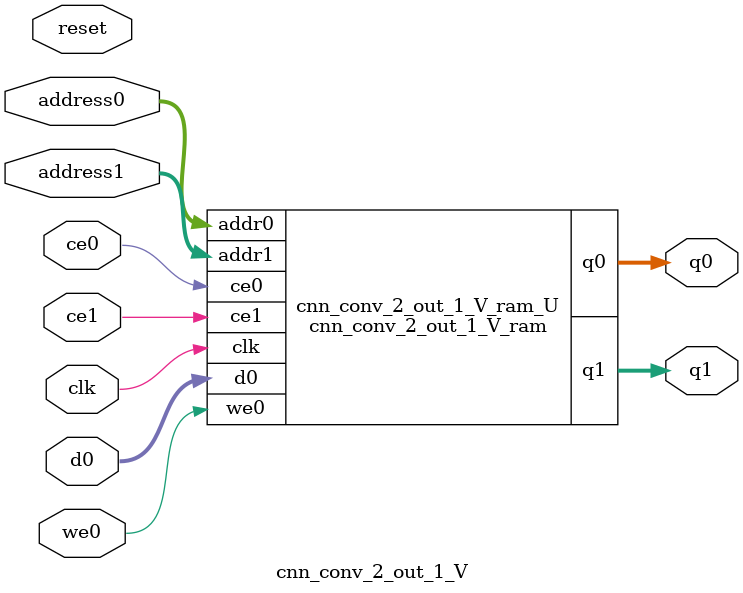
<source format=v>
`timescale 1 ns / 1 ps
module cnn_conv_2_out_1_V_ram (addr0, ce0, d0, we0, q0, addr1, ce1, q1,  clk);

parameter DWIDTH = 14;
parameter AWIDTH = 10;
parameter MEM_SIZE = 880;

input[AWIDTH-1:0] addr0;
input ce0;
input[DWIDTH-1:0] d0;
input we0;
output reg[DWIDTH-1:0] q0;
input[AWIDTH-1:0] addr1;
input ce1;
output reg[DWIDTH-1:0] q1;
input clk;

(* ram_style = "block" *)reg [DWIDTH-1:0] ram[0:MEM_SIZE-1];




always @(posedge clk)  
begin 
    if (ce0) 
    begin
        if (we0) 
        begin 
            ram[addr0] <= d0; 
        end 
        q0 <= ram[addr0];
    end
end


always @(posedge clk)  
begin 
    if (ce1) 
    begin
        q1 <= ram[addr1];
    end
end


endmodule

`timescale 1 ns / 1 ps
module cnn_conv_2_out_1_V(
    reset,
    clk,
    address0,
    ce0,
    we0,
    d0,
    q0,
    address1,
    ce1,
    q1);

parameter DataWidth = 32'd14;
parameter AddressRange = 32'd880;
parameter AddressWidth = 32'd10;
input reset;
input clk;
input[AddressWidth - 1:0] address0;
input ce0;
input we0;
input[DataWidth - 1:0] d0;
output[DataWidth - 1:0] q0;
input[AddressWidth - 1:0] address1;
input ce1;
output[DataWidth - 1:0] q1;



cnn_conv_2_out_1_V_ram cnn_conv_2_out_1_V_ram_U(
    .clk( clk ),
    .addr0( address0 ),
    .ce0( ce0 ),
    .we0( we0 ),
    .d0( d0 ),
    .q0( q0 ),
    .addr1( address1 ),
    .ce1( ce1 ),
    .q1( q1 ));

endmodule


</source>
